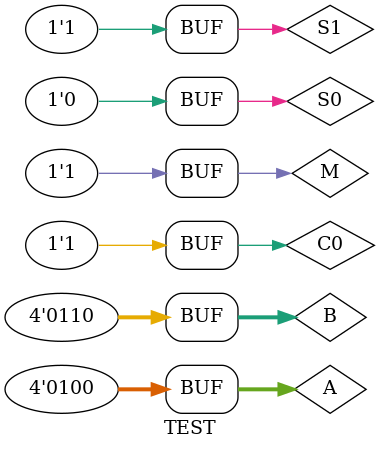
<source format=v>
`timescale 1ns / 1ps


module TEST;

	// Inputs  
	reg [3:0] A;
	reg [3:0] B; 
	reg C0;
	reg S1;
	reg S0;
	reg M;

	// Outputs 
	wire C_out;
	wire [3:0] data_out; 

	// Instantiate the Unit Under Test (UUT)
	ALU uut (
		.A(A), 
		.B(B), 
		.C0(C0), 
		.S1(S1), 
		.S0(S0), 
		.M(M), 
		.C_out(C_out), 
		.data_out(data_out)
	);

	initial begin
		// Initialize Inputs
		A = 0;
		B = 0;
		C0 = 0;
		S1 = 0;
		S0 = 0;
		M = 0;

		// Wait 100 ns for global reset to finish
		#100;
		A = 4'b1100;
		B = 4'b1010;
		C0 = 0;
		S1 = 0;
		S0 = 0;
		M = 0;
		#100
		A = 4'b1100;
		B = 4'b1100;
		C0 = 0;
		S1 = 0;
		S0 = 1;
		M = 1;
		#100;
		A = 4'b1100;
		B = 4'b1010;
		C0 = 0;
		S1 = 1;
		S0 = 0;
		M = 0;
		#100
		A = 4'b1001;
		B = 4'b1000;
		C0 = 1;
		S1 = 1;
		S0 = 0;
		M = 1;
		#100
		A = 4'b0100;
		B = 4'b0110;
		C0 = 1;
		S1 = 1;
		S0 = 1;
		M = 1;
		#100
		A = 4'b0100;
		B = 4'b0110;
		C0 = 1;
		S1 = 1;
		S0 = 0;
		M = 1;
        
		// Add stimulus here

	end
      
endmodule


</source>
